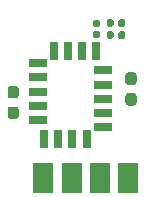
<source format=gbr>
G04 #@! TF.GenerationSoftware,KiCad,Pcbnew,(5.1.6)-1*
G04 #@! TF.CreationDate,2021-04-29T20:16:03-05:00*
G04 #@! TF.ProjectId,BEncoderBoard3(3),42456e63-6f64-4657-9242-6f6172643328,rev?*
G04 #@! TF.SameCoordinates,Original*
G04 #@! TF.FileFunction,Paste,Top*
G04 #@! TF.FilePolarity,Positive*
%FSLAX46Y46*%
G04 Gerber Fmt 4.6, Leading zero omitted, Abs format (unit mm)*
G04 Created by KiCad (PCBNEW (5.1.6)-1) date 2021-04-29 20:16:03*
%MOMM*%
%LPD*%
G01*
G04 APERTURE LIST*
%ADD10R,1.500000X0.700000*%
%ADD11R,0.700000X1.500000*%
%ADD12R,1.800000X2.500000*%
G04 APERTURE END LIST*
G36*
G01*
X137213000Y-91739500D02*
X137213000Y-91394500D01*
G75*
G02*
X137360500Y-91247000I147500J0D01*
G01*
X137655500Y-91247000D01*
G75*
G02*
X137803000Y-91394500I0J-147500D01*
G01*
X137803000Y-91739500D01*
G75*
G02*
X137655500Y-91887000I-147500J0D01*
G01*
X137360500Y-91887000D01*
G75*
G02*
X137213000Y-91739500I0J147500D01*
G01*
G37*
G36*
G01*
X136243000Y-91739500D02*
X136243000Y-91394500D01*
G75*
G02*
X136390500Y-91247000I147500J0D01*
G01*
X136685500Y-91247000D01*
G75*
G02*
X136833000Y-91394500I0J-147500D01*
G01*
X136833000Y-91739500D01*
G75*
G02*
X136685500Y-91887000I-147500J0D01*
G01*
X136390500Y-91887000D01*
G75*
G02*
X136243000Y-91739500I0J147500D01*
G01*
G37*
D10*
X135899600Y-94559200D03*
X135899600Y-95759200D03*
X135899600Y-96959200D03*
X135899600Y-98159200D03*
X135899600Y-99359200D03*
D11*
X134549600Y-100357530D03*
X133349600Y-100357530D03*
X132149600Y-100357530D03*
X130949600Y-100357530D03*
D10*
X130399600Y-98759200D03*
X130399600Y-97559200D03*
X130399600Y-96359200D03*
X130399600Y-95159200D03*
X130399600Y-93959200D03*
D11*
X131749600Y-92909200D03*
X132949600Y-92909200D03*
X134149600Y-92909200D03*
X135349600Y-92909200D03*
G36*
G01*
X128096000Y-97632000D02*
X128571000Y-97632000D01*
G75*
G02*
X128808500Y-97869500I0J-237500D01*
G01*
X128808500Y-98444500D01*
G75*
G02*
X128571000Y-98682000I-237500J0D01*
G01*
X128096000Y-98682000D01*
G75*
G02*
X127858500Y-98444500I0J237500D01*
G01*
X127858500Y-97869500D01*
G75*
G02*
X128096000Y-97632000I237500J0D01*
G01*
G37*
G36*
G01*
X128096000Y-95882000D02*
X128571000Y-95882000D01*
G75*
G02*
X128808500Y-96119500I0J-237500D01*
G01*
X128808500Y-96694500D01*
G75*
G02*
X128571000Y-96932000I-237500J0D01*
G01*
X128096000Y-96932000D01*
G75*
G02*
X127858500Y-96694500I0J237500D01*
G01*
X127858500Y-96119500D01*
G75*
G02*
X128096000Y-95882000I237500J0D01*
G01*
G37*
G36*
G01*
X138540500Y-95789000D02*
X138065500Y-95789000D01*
G75*
G02*
X137828000Y-95551500I0J237500D01*
G01*
X137828000Y-94976500D01*
G75*
G02*
X138065500Y-94739000I237500J0D01*
G01*
X138540500Y-94739000D01*
G75*
G02*
X138778000Y-94976500I0J-237500D01*
G01*
X138778000Y-95551500D01*
G75*
G02*
X138540500Y-95789000I-237500J0D01*
G01*
G37*
G36*
G01*
X138540500Y-97539000D02*
X138065500Y-97539000D01*
G75*
G02*
X137828000Y-97301500I0J237500D01*
G01*
X137828000Y-96726500D01*
G75*
G02*
X138065500Y-96489000I237500J0D01*
G01*
X138540500Y-96489000D01*
G75*
G02*
X138778000Y-96726500I0J-237500D01*
G01*
X138778000Y-97301500D01*
G75*
G02*
X138540500Y-97539000I-237500J0D01*
G01*
G37*
D12*
X130893000Y-103632000D03*
X135693000Y-103632000D03*
X133293000Y-103632000D03*
X138093000Y-103632000D03*
G36*
G01*
X137213000Y-90723500D02*
X137213000Y-90378500D01*
G75*
G02*
X137360500Y-90231000I147500J0D01*
G01*
X137655500Y-90231000D01*
G75*
G02*
X137803000Y-90378500I0J-147500D01*
G01*
X137803000Y-90723500D01*
G75*
G02*
X137655500Y-90871000I-147500J0D01*
G01*
X137360500Y-90871000D01*
G75*
G02*
X137213000Y-90723500I0J147500D01*
G01*
G37*
G36*
G01*
X136243000Y-90723500D02*
X136243000Y-90378500D01*
G75*
G02*
X136390500Y-90231000I147500J0D01*
G01*
X136685500Y-90231000D01*
G75*
G02*
X136833000Y-90378500I0J-147500D01*
G01*
X136833000Y-90723500D01*
G75*
G02*
X136685500Y-90871000I-147500J0D01*
G01*
X136390500Y-90871000D01*
G75*
G02*
X136243000Y-90723500I0J147500D01*
G01*
G37*
G36*
G01*
X135544500Y-90869000D02*
X135199500Y-90869000D01*
G75*
G02*
X135052000Y-90721500I0J147500D01*
G01*
X135052000Y-90426500D01*
G75*
G02*
X135199500Y-90279000I147500J0D01*
G01*
X135544500Y-90279000D01*
G75*
G02*
X135692000Y-90426500I0J-147500D01*
G01*
X135692000Y-90721500D01*
G75*
G02*
X135544500Y-90869000I-147500J0D01*
G01*
G37*
G36*
G01*
X135544500Y-91839000D02*
X135199500Y-91839000D01*
G75*
G02*
X135052000Y-91691500I0J147500D01*
G01*
X135052000Y-91396500D01*
G75*
G02*
X135199500Y-91249000I147500J0D01*
G01*
X135544500Y-91249000D01*
G75*
G02*
X135692000Y-91396500I0J-147500D01*
G01*
X135692000Y-91691500D01*
G75*
G02*
X135544500Y-91839000I-147500J0D01*
G01*
G37*
M02*

</source>
